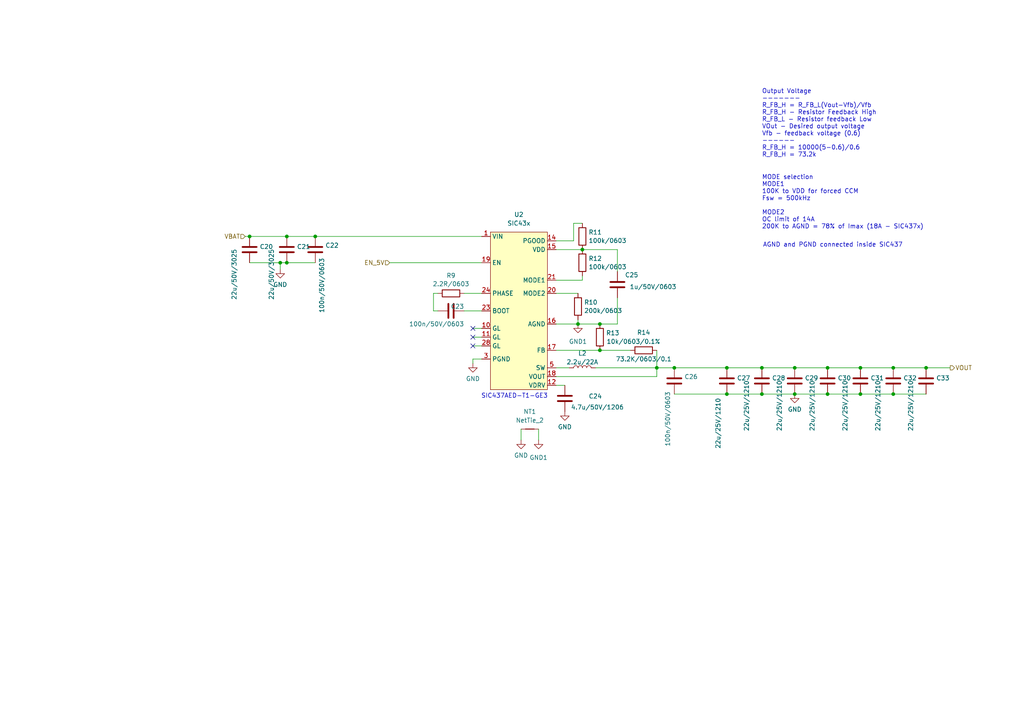
<source format=kicad_sch>
(kicad_sch (version 20250114) (generator "eeschema") (generator_version "9.0")
  (paper "A4")
  (title_block (title "Diptek Power Board V2") (date "2025-08-26") (rev "2"))
  (lib_symbols
    (symbol "Device:C" (pin_numbers (hide yes)) (pin_names (offset 0.254))
      (property "Reference" "C" (at 0.635 2.54 0))
      (property "Value" "C" (at 0.635 -2.54 0))
      (symbol "C_0_1"
        (polyline (pts (xy -2.032 0.762) (xy 2.032 0.762)) (stroke (width 0.508)))
        (polyline (pts (xy -2.032 -0.762) (xy 2.032 -0.762)) (stroke (width 0.508)))
      )
      (symbol "C_1_1"
        (pin passive line (at 0 3.81 270) (length 2.794) (name "~") (number "1"))
        (pin passive line (at 0 -3.81 90) (length 2.794) (name "~") (number "2"))
      )
    )
    (symbol "Device:L" (pin_numbers (hide yes)) (pin_names (offset 1.016) (hide yes))
      (property "Reference" "L" (at -1.27 0 90))
      (property "Value" "L" (at 1.905 0 90))
      (symbol "L_0_1"
        (arc (start 0 2.54) (mid 0.6323 1.905) (end 0 1.27))
        (arc (start 0 1.27) (mid 0.6323 0.635) (end 0 0))
        (arc (start 0 0) (mid 0.6323 -0.635) (end 0 -1.27))
        (arc (start 0 -1.27) (mid 0.6323 -1.905) (end 0 -2.54))
      )
      (symbol "L_1_1"
        (pin passive line (at 0 3.81 270) (length 1.27) (name "1") (number "1"))
        (pin passive line (at 0 -3.81 90) (length 1.27) (name "2") (number "2"))
      )
    )
    (symbol "Device:NetTie_2" (pin_numbers (hide yes)) (pin_names (offset 0) (hide yes)) (in_bom no)
      (property "Reference" "NT" (at 0 1.27 0))
      (property "Value" "NetTie_2" (at 0 -1.27 0))
      (symbol "NetTie_2_0_1"
        (polyline (pts (xy -1.27 0) (xy 1.27 0)) (stroke (width 0.254)))
      )
      (symbol "NetTie_2_1_1"
        (pin passive line (at -2.54 0 0) (length 2.54) (name "1") (number "1"))
        (pin passive line (at 2.54 0 180) (length 2.54) (name "2") (number "2"))
      )
    )
    (symbol "Device:R" (pin_numbers (hide yes)) (pin_names (offset 0))
      (property "Reference" "R" (at 2.032 0 90))
      (property "Value" "R" (at 0 0 90))
      (symbol "R_0_1"
        (rectangle (start -1.016 -2.54) (end 1.016 2.54) (stroke (width 0.254)))
      )
      (symbol "R_1_1"
        (pin passive line (at 0 3.81 270) (length 1.27) (name "~") (number "1"))
        (pin passive line (at 0 -3.81 90) (length 1.27) (name "~") (number "2"))
      )
    )
    (symbol "RM_Converter_DCDC:SIC43x"
      (property "Reference" "U5" (at -0.635 21.59 0))
      (property "Value" "SIC43x" (at -0.635 19.05 0))
      (symbol "SIC43x_0_1"
        (rectangle (start -8.89 16.51) (end 7.62 -29.21) (fill (type background)))
      )
      (symbol "SIC43x_1_1"
        (pin input line (at -11.43 15.24 0) (length 2.54) (name "VIN") (number "1"))
        (pin passive line (at -11.43 15.24 0) (length 2.54) (hide yes) (name "VIN") (number "2"))
        (pin passive line (at -11.43 15.24 0) (length 2.54) (hide yes) (name "VIN") (number "22"))
        (pin passive line (at -11.43 15.24 0) (length 2.54) (hide yes) (name "VIN") (number "26"))
        (pin input line (at -11.43 7.62 0) (length 2.54) (name "EN") (number "19"))
        (pin input line (at -11.43 -1.27 0) (length 2.54) (name "PHASE") (number "24"))
        (pin input line (at -11.43 -6.35 0) (length 2.54) (name "BOOT") (number "23"))
        (pin passive line (at -11.43 -11.43 0) (length 2.54) (name "GL") (number "10"))
        (pin passive line (at -11.43 -13.97 0) (length 2.54) (name "GL") (number "11"))
        (pin passive line (at -11.43 -16.51 0) (length 2.54) (name "GL") (number "28"))
        (pin passive line (at -11.43 -20.32 0) (length 2.54) (hide yes) (name "PGND") (number "13"))
        (pin passive line (at -11.43 -20.32 0) (length 2.54) (hide yes) (name "PGND") (number "27"))
        (pin input line (at -11.43 -20.32 0) (length 2.54) (name "PGND") (number "3"))
        (pin passive line (at -11.43 -20.32 0) (length 2.54) (hide yes) (name "PGND") (number "4"))
        (pin open_collector line (at 10.16 13.97 180) (length 2.54) (name "PGOOD") (number "14"))
        (pin power_out line (at 10.16 11.43 180) (length 2.54) (name "VDD") (number "15"))
        (pin input line (at 10.16 2.54 180) (length 2.54) (name "MODE1") (number "21"))
        (pin input line (at 10.16 -1.27 180) (length 2.54) (name "MODE2") (number "20"))
        (pin input line (at 10.16 -10.16 180) (length 2.54) (name "AGND") (number "16"))
        (pin passive line (at 10.16 -10.16 180) (length 2.54) (hide yes) (name "AGND") (number "25"))
        (pin input line (at 10.16 -17.78 180) (length 2.54) (name "FB") (number "17"))
        (pin power_out line (at 10.16 -22.86 180) (length 2.54) (name "SW") (number "5"))
        (pin power_out line (at 10.16 -22.86 180) (length 2.54) (hide yes) (name "SW") (number "6"))
        (pin power_out line (at 10.16 -22.86 180) (length 2.54) (hide yes) (name "SW") (number "7"))
        (pin power_out line (at 10.16 -22.86 180) (length 2.54) (hide yes) (name "SW") (number "8"))
        (pin power_out line (at 10.16 -22.86 180) (length 2.54) (hide yes) (name "SW") (number "9"))
        (pin power_out line (at 10.16 -25.4 180) (length 2.54) (name "VOUT") (number "18"))
        (pin input line (at 10.16 -27.94 180) (length 2.54) (name "VDRV") (number "12"))
      )
    )
    (symbol "power:GND" (power) (pin_names (offset 0))
      (property "Value" "GND" (at 0 -3.81 0))
      (symbol "GND_0_1"
        (polyline (pts (xy 0 0) (xy 0 -1.27) (xy 1.27 -1.27) (xy 0 -2.54) (xy -1.27 -1.27) (xy 0 -1.27)))
      )
      (symbol "GND_1_1"
        (pin power_in line (at 0 0 270) (length 0) (hide yes) (name "GND") (number "1"))
      )
    )
    (symbol "power:GND1" (power) (pin_names (offset 0))
      (property "Value" "GND1" (at 0 -3.81 0))
      (symbol "GND1_0_1"
        (polyline (pts (xy 0 0) (xy 0 -1.27) (xy 1.27 -1.27) (xy 0 -2.54) (xy -1.27 -1.27) (xy 0 -1.27)))
      )
      (symbol "GND1_1_1"
        (pin power_in line (at 0 0 270) (length 0) (hide yes) (name "GND1") (number "1"))
      )
    )
  )
  (text "Output Voltage\n-------\nR_FB_H = R_FB_L(Vout-Vfb)/Vfb\nR_FB_H - Resistor Feedback High\nR_FB_L - Resistor feedback Low\nVOut - Desired output voltage\nVfb - feedback voltage (0.6)\n------\nR_FB_H = 10000(5-0.6)/0.6\nR_FB_H = 73.2k\n" (at 220.98 45.72 0) (effects (font (size 1.27 1.27)) (justify left bottom)))
  (text "AGND and PGND connected inside SIC437" (at 241.554 71.12 0) (effects (font (size 1.27 1.27))))
  (text "SIC437AED-T1-GE3" (at 149.225 114.935 0) (effects (font (size 1.27 1.27))))
  (text "MODE selection\nMODE1\n100K to VDD for forced CCM\nFsw = 500kHz\n\nMODE2\nOC limit of 14A\n200K to AGND = 78% of Imax (18A - SIC437x)" (at 220.98 58.674 0) (effects (font (size 1.27 1.27)) (justify left)))
  (junction (at 220.98 114.3))
  (junction (at 91.44 68.58))
  (junction (at 259.08 114.3))
  (junction (at 230.505 106.68))
  (junction (at 173.99 101.6))
  (junction (at 230.505 114.3))
  (junction (at 168.91 72.39))
  (junction (at 81.28 76.2))
  (junction (at 249.555 114.3))
  (junction (at 167.64 93.98))
  (junction (at 240.03 106.68))
  (junction (at 173.99 93.98))
  (junction (at 83.185 76.2))
  (junction (at 72.39 68.58))
  (junction (at 210.82 106.68))
  (junction (at 240.03 114.3))
  (junction (at 83.185 68.58))
  (junction (at 220.98 106.68))
  (junction (at 210.82 114.3))
  (junction (at 195.58 106.68))
  (junction (at 268.605 106.68))
  (junction (at 249.555 106.68))
  (junction (at 259.08 106.68))
  (junction (at 190.5 106.68))
  (no_connect (at 137.16 95.25))
  (no_connect (at 137.16 100.33))
  (no_connect (at 137.16 97.79))
  (wire (pts (xy 173.99 93.98) (xy 179.07 93.98)))
  (wire (pts (xy 137.16 105.41) (xy 137.16 104.14)))
  (wire (pts (xy 230.505 106.68) (xy 240.03 106.68)))
  (wire (pts (xy 139.7 95.25) (xy 137.16 95.25)))
  (wire (pts (xy 249.555 114.3) (xy 259.08 114.3)))
  (wire (pts (xy 161.29 101.6) (xy 173.99 101.6)))
  (wire (pts (xy 81.28 76.2) (xy 83.185 76.2)))
  (wire (pts (xy 71.12 68.58) (xy 72.39 68.58)))
  (wire (pts (xy 195.58 114.3) (xy 210.82 114.3)))
  (wire (pts (xy 259.08 106.68) (xy 268.605 106.68)))
  (wire (pts (xy 259.08 114.3) (xy 268.605 114.3)))
  (wire (pts (xy 113.03 76.2) (xy 139.7 76.2)))
  (wire (pts (xy 167.64 92.71) (xy 167.64 93.98)))
  (wire (pts (xy 161.29 85.09) (xy 167.64 85.09)))
  (wire (pts (xy 161.29 72.39) (xy 168.91 72.39)))
  (wire (pts (xy 161.29 93.98) (xy 167.64 93.98)))
  (wire (pts (xy 190.5 106.68) (xy 195.58 106.68)))
  (wire (pts (xy 190.5 109.22) (xy 190.5 106.68)))
  (wire (pts (xy 179.07 72.39) (xy 168.91 72.39)))
  (wire (pts (xy 268.605 106.68) (xy 275.59 106.68)))
  (wire (pts (xy 166.37 64.77) (xy 168.91 64.77)))
  (wire (pts (xy 81.28 76.2) (xy 81.28 78.105)))
  (wire (pts (xy 161.29 69.85) (xy 166.37 69.85)))
  (wire (pts (xy 125.73 90.17) (xy 127 90.17)))
  (wire (pts (xy 83.185 76.2) (xy 91.44 76.2)))
  (wire (pts (xy 240.03 106.68) (xy 249.555 106.68)))
  (wire (pts (xy 137.16 97.79) (xy 139.7 97.79)))
  (wire (pts (xy 195.58 106.68) (xy 210.82 106.68)))
  (wire (pts (xy 161.29 81.28) (xy 168.91 81.28)))
  (wire (pts (xy 210.82 114.3) (xy 220.98 114.3)))
  (wire (pts (xy 72.39 76.2) (xy 81.28 76.2)))
  (wire (pts (xy 161.29 106.68) (xy 165.1 106.68)))
  (wire (pts (xy 220.98 106.68) (xy 230.505 106.68)))
  (wire (pts (xy 179.07 93.98) (xy 179.07 86.36)))
  (wire (pts (xy 156.21 127.635) (xy 156.21 124.46)))
  (wire (pts (xy 161.29 109.22) (xy 190.5 109.22)))
  (wire (pts (xy 240.03 114.3) (xy 249.555 114.3)))
  (wire (pts (xy 249.555 106.68) (xy 259.08 106.68)))
  (wire (pts (xy 161.29 111.76) (xy 163.83 111.76)))
  (wire (pts (xy 172.72 106.68) (xy 190.5 106.68)))
  (wire (pts (xy 91.44 68.58) (xy 139.7 68.58)))
  (wire (pts (xy 173.99 101.6) (xy 182.88 101.6)))
  (wire (pts (xy 127 85.09) (xy 125.73 85.09)))
  (wire (pts (xy 125.73 85.09) (xy 125.73 90.17)))
  (wire (pts (xy 137.16 100.33) (xy 139.7 100.33)))
  (wire (pts (xy 230.505 114.3) (xy 240.03 114.3)))
  (wire (pts (xy 72.39 68.58) (xy 83.185 68.58)))
  (wire (pts (xy 83.185 68.58) (xy 91.44 68.58)))
  (wire (pts (xy 167.64 93.98) (xy 173.99 93.98)))
  (wire (pts (xy 166.37 69.85) (xy 166.37 64.77)))
  (wire (pts (xy 168.91 81.28) (xy 168.91 80.01)))
  (wire (pts (xy 210.82 106.68) (xy 220.98 106.68)))
  (wire (pts (xy 179.07 78.74) (xy 179.07 72.39)))
  (wire (pts (xy 220.98 114.3) (xy 230.505 114.3)))
  (wire (pts (xy 151.13 124.46) (xy 151.13 127.635)))
  (wire (pts (xy 134.62 90.17) (xy 139.7 90.17)))
  (wire (pts (xy 190.5 106.68) (xy 190.5 101.6)))
  (wire (pts (xy 134.62 85.09) (xy 139.7 85.09)))
  (wire (pts (xy 137.16 104.14) (xy 139.7 104.14)))
  (hierarchical_label "EN_5V" (shape input) (at 113.03 76.2 180))
  (hierarchical_label "VBAT" (shape input) (at 71.12 68.58 180))
  (hierarchical_label "VOUT" (shape output) (at 275.59 106.68 0))
  (symbol (lib_id "power:GND") (at 163.83 119.38 0) (unit 1)
    (property "Reference" "#PWR021" (effects (hide yes)))
    (property "Value" "GND" (at 163.83 123.8234 0))
  )
  (symbol (lib_id "power:GND") (at 230.505 114.3 0) (unit 1)
    (property "Reference" "#PWR016" (effects (hide yes)))
    (property "Value" "GND" (at 230.505 118.7434 0))
  )
  (symbol (lib_id "Device:C") (at 210.82 110.49 0) (unit 1)
    (property "Reference" "C27" (at 213.741 109.6553 0) (effects (justify left)))
    (property "Value" "22u/25V/1210" (at 208.28 130.175 90) (effects (justify left)))
    (property "Footprint" "Capacitor_SMD:C_1210_3225Metric" (effects (hide yes)))
    (property "Description" "Unpolarized capacitor" (effects (hide yes)))
    (property "Digikey" "1276-3047-1-ND" (effects (hide yes)))
    (property "Coefficient" "X79" (effects (hide yes)))
    (property "Tolerance" "20" (effects (hide yes)))
    (property "Voltage" "50" (effects (hide yes)))
    (property "Manufacturer" "United Chemi-Con" (effects (hide yes)))
    (property "Part" "KTS500B226M76N0T00" (effects (hide yes)))
  )
  (symbol (lib_id "Device:C") (at 163.83 115.57 0) (mirror y) (unit 1)
    (property "Reference" "C24" (at 174.625 114.935 0) (effects (justify left)))
    (property "Value" "4.7u/50V/1206" (at 180.975 118.11 0) (effects (justify left)))
    (property "Footprint" "Library:C_1206_3216Metric" (effects (hide yes)))
    (property "Description" "Unpolarized capacitor" (effects (hide yes)))
    (property "Digikey" "490-14384-1-ND" (effects (hide yes)))
    (property "Coefficient" "X8L" (effects (hide yes)))
    (property "Tolerance" "10" (effects (hide yes)))
    (property "Voltage" "16" (effects (hide yes)))
    (property "Manufacturer" "Murata" (effects (hide yes)))
    (property "JLCPCB Part #" "C51205" (effects (hide yes)))
  )
  (symbol (lib_id "RM_Converter_DCDC:SIC43x") (at 151.13 83.82 0) (unit 1)
    (property "Reference" "U2" (at 150.495 62.23 0))
    (property "Value" "SIC43x" (at 150.495 64.77 0))
    (property "Footprint" "Library:VREG_SIC437AED-T1-GE3" (effects (hide yes)))
    (property "Manufacturer" "Vishay Siliconix" (effects (hide yes)))
    (property "Part" "SIC437AED-T1-GE3" (effects (hide yes)))
    (property "Digikey" "SIC437AED-T1-GE3CT-ND" (effects (hide yes)))
  )
  (symbol (lib_id "Device:R") (at 168.91 76.2 0) (unit 1)
    (property "Reference" "R12" (at 170.688 74.9878 0) (effects (justify left)))
    (property "Value" "100k/0603" (at 170.688 77.4121 0) (effects (justify left)))
    (property "Footprint" "Resistor_SMD:R_0603_1608Metric" (effects (hide yes)))
    (property "Description" "Resistor" (effects (hide yes)))
    (property "Digikey" "311-100KHRCT-ND" (effects (hide yes)))
    (property "Power" "1/16" (effects (hide yes)))
    (property "Tolerance" "1%" (effects (hide yes)))
    (property "Manufacturer" "YAGEO" (effects (hide yes)))
    (property "Part" "RC0603FR-07100KL" (effects (hide yes)))
  )
  (symbol (lib_id "Device:C") (at 83.185 72.39 0) (unit 1)
    (property "Reference" "C21" (at 86.106 71.5553 0) (effects (justify left)))
    (property "Value" "22u/50V/3025" (at 78.74 86.995 90) (effects (justify left)))
    (property "Footprint" "Library:C_CER_7.5x6.3" (effects (hide yes)))
    (property "Description" "Unpolarized capacitor" (effects (hide yes)))
    (property "Digikey" "445-174338-1-ND" (effects (hide yes)))
    (property "Coefficient" "X79" (effects (hide yes)))
    (property "Tolerance" "20" (effects (hide yes)))
    (property "Voltage" "50" (effects (hide yes)))
    (property "Manufacturer" "United Chemi-Con" (effects (hide yes)))
    (property "Part" "KTS500B226M76N0T00" (effects (hide yes)))
    (property "JLCPCB Part #" "C508864" (effects (hide yes)))
  )
  (symbol (lib_id "Device:C") (at 179.07 82.55 0) (mirror y) (unit 1)
    (property "Reference" "C25" (at 185.166 79.756 0) (effects (justify left)))
    (property "Value" "1u/50V/0603" (at 196.215 83.185 0) (effects (justify left)))
    (property "Footprint" "Capacitor_SMD:C_0603_1608Metric" (effects (hide yes)))
    (property "Description" "Unpolarized capacitor" (effects (hide yes)))
    (property "Digikey" "1276-1068-1-ND" (effects (hide yes)))
    (property "Coefficient" "X8L" (effects (hide yes)))
    (property "Tolerance" "10%" (effects (hide yes)))
    (property "Voltage" "16" (effects (hide yes)))
    (property "Manufacturer" "Murata Electronics" (effects (hide yes)))
    (property "JLCPCB Part #" "C15849" (effects (hide yes)))
  )
  (symbol (lib_id "power:GND") (at 151.13 127.635 0) (unit 1)
    (property "Reference" "#PWR022" (effects (hide yes)))
    (property "Value" "GND" (at 151.13 132.0784 0))
  )
  (symbol (lib_id "Device:C") (at 91.44 72.39 180) (unit 1)
    (property "Reference" "C22" (at 94.361 71.1778 0) (effects (justify right)))
    (property "Value" "100n/50V/0603" (at 93.345 90.805 90) (effects (justify right)))
    (property "Footprint" "Capacitor_SMD:C_0603_1608Metric" (effects (hide yes)))
    (property "Description" "Unpolarized capacitor" (effects (hide yes)))
    (property "Digikey" "587-1243-1-ND" (effects (hide yes)))
    (property "Tolerance" "10%" (effects (hide yes)))
    (property "Coefficient" "X7R" (effects (hide yes)))
    (property "Voltage" "50" (effects (hide yes)))
    (property "Manufacturer" "Taiyo Yuden" (effects (hide yes)))
    (property "Part" "UMK107B7104KA-T" (effects (hide yes)))
    (property "JLCPCB Part #" "C1591" (effects (hide yes)))
  )
  (symbol (lib_id "Device:R") (at 173.99 97.79 0) (unit 1)
    (property "Reference" "R13" (at 175.768 96.5778 0) (effects (justify left)))
    (property "Value" "10k/0603/0.1%" (at 175.895 99.06 0) (effects (justify left)))
    (property "Footprint" "Resistor_SMD:R_0603_1608Metric" (effects (hide yes)))
    (property "Description" "Resistor" (effects (hide yes)))
    (property "Digikey" "P20086CT-ND" (effects (hide yes)))
    (property "Power" "1/16" (effects (hide yes)))
    (property "Tolerance" "0.1%" (effects (hide yes)))
    (property "Manufacturer" "Panasonic Electronic Components" (effects (hide yes)))
    (property "Part" "ERJ-PB3B1002V" (effects (hide yes)))
  )
  (symbol (lib_id "Device:R") (at 186.69 101.6 90) (unit 1)
    (property "Reference" "R14" (at 186.69 96.4395 90))
    (property "Value" "73.2K/0603/0.1" (at 186.69 104.14 90))
    (property "Footprint" "Resistor_SMD:R_0603_1608Metric" (effects (hide yes)))
    (property "Digikey" "P73.2KDBCT-ND" (effects (hide yes)))
  )
  (symbol (lib_id "Device:C") (at 249.555 110.49 0) (unit 1)
    (property "Reference" "C31" (at 252.476 109.6553 0) (effects (justify left)))
    (property "Value" "22u/25V/1210" (at 245.11 125.095 90) (effects (justify left)))
    (property "Footprint" "Capacitor_SMD:C_1210_3225Metric" (effects (hide yes)))
    (property "Description" "Unpolarized capacitor" (effects (hide yes)))
    (property "Digikey" "1276-3047-1-ND" (effects (hide yes)))
    (property "Coefficient" "X79" (effects (hide yes)))
    (property "Tolerance" "20" (effects (hide yes)))
    (property "Voltage" "50" (effects (hide yes)))
    (property "Manufacturer" "United Chemi-Con" (effects (hide yes)))
    (property "Part" "KTS500B226M76N0T00" (effects (hide yes)))
  )
  (symbol (lib_id "Device:C") (at 220.98 110.49 0) (unit 1)
    (property "Reference" "C28" (at 223.901 109.6553 0) (effects (justify left)))
    (property "Value" "22u/25V/1210" (at 216.535 125.095 90) (effects (justify left)))
    (property "Footprint" "Capacitor_SMD:C_1210_3225Metric" (effects (hide yes)))
    (property "Description" "Unpolarized capacitor" (effects (hide yes)))
    (property "Digikey" "1276-3047-1-ND" (effects (hide yes)))
    (property "Coefficient" "X79" (effects (hide yes)))
    (property "Tolerance" "20" (effects (hide yes)))
    (property "Voltage" "50" (effects (hide yes)))
    (property "Manufacturer" "United Chemi-Con" (effects (hide yes)))
    (property "Part" "KTS500B226M76N0T00" (effects (hide yes)))
  )
  (symbol (lib_id "power:GND") (at 81.28 78.105 0) (unit 1)
    (property "Reference" "#PWR012" (effects (hide yes)))
    (property "Value" "GND" (at 81.28 82.5484 0))
  )
  (symbol (lib_id "Device:NetTie_2") (at 153.67 124.46 180) (unit 1) (in_bom no)
    (property "Reference" "NT1" (at 153.67 119.38 0))
    (property "Value" "NetTie_2" (at 153.67 121.92 0))
    (property "Footprint" "Library:NetTie-2_SMD_Pad1.56mm" (effects (hide yes)))
    (property "Description" "Net tie, 2 pins" (effects (hide yes)))
    (property "Digikey" "NC" (effects (hide yes)))
  )
  (symbol (lib_id "Device:C") (at 72.39 72.39 0) (unit 1)
    (property "Reference" "C20" (at 75.311 71.5553 0) (effects (justify left)))
    (property "Value" "22u/50V/3025" (at 67.945 86.995 90) (effects (justify left)))
    (property "Footprint" "Library:C_CER_7.5x6.3" (effects (hide yes)))
    (property "Description" "Unpolarized capacitor" (effects (hide yes)))
    (property "Digikey" "445-174338-1-ND" (effects (hide yes)))
    (property "Coefficient" "X79" (effects (hide yes)))
    (property "Tolerance" "20" (effects (hide yes)))
    (property "Voltage" "50" (effects (hide yes)))
    (property "Manufacturer" "United Chemi-Con" (effects (hide yes)))
    (property "Part" "KTS500B226M76N0T00" (effects (hide yes)))
    (property "JLCPCB Part #" "C508864" (effects (hide yes)))
  )
  (symbol (lib_id "Device:R") (at 130.81 85.09 270) (unit 1)
    (property "Reference" "R9" (at 130.81 79.9295 90))
    (property "Value" "2.2R/0603" (at 130.81 82.3538 90))
    (property "Footprint" "Resistor_SMD:R_0603_1608Metric" (effects (hide yes)))
    (property "Description" "Resistor" (effects (hide yes)))
    (property "Digikey" "311-2.2HRCT-ND" (effects (hide yes)))
    (property "Power" "1/16" (effects (hide yes)))
    (property "Tolerance" "1%" (effects (hide yes)))
    (property "Manufacturer" "YAGEO" (effects (hide yes)))
    (property "Part" "RC0603FR-072R2L" (effects (hide yes)))
  )
  (symbol (lib_id "Device:C") (at 195.58 110.49 180) (unit 1)
    (property "Reference" "C26" (at 198.501 109.2778 0) (effects (justify right)))
    (property "Value" "100n/50V/0603" (at 193.675 129.54 90) (effects (justify right)))
    (property "Footprint" "Capacitor_SMD:C_0603_1608Metric" (effects (hide yes)))
    (property "Description" "Unpolarized capacitor" (effects (hide yes)))
    (property "Digikey" "587-1243-1-ND" (effects (hide yes)))
    (property "Tolerance" "10%" (effects (hide yes)))
    (property "Coefficient" "X7R" (effects (hide yes)))
    (property "Voltage" "50" (effects (hide yes)))
    (property "Manufacturer" "Taiyo Yuden" (effects (hide yes)))
    (property "Part" "UMK107B7104KA-T" (effects (hide yes)))
    (property "JLCPCB Part #" "C1591" (effects (hide yes)))
  )
  (symbol (lib_id "power:GND") (at 137.16 105.41 0) (unit 1)
    (property "Reference" "#PWR013" (effects (hide yes)))
    (property "Value" "GND" (at 137.16 109.8534 0))
  )
  (symbol (lib_id "Device:R") (at 168.91 68.58 0) (unit 1)
    (property "Reference" "R11" (at 170.688 67.3678 0) (effects (justify left)))
    (property "Value" "100k/0603" (at 170.688 69.7921 0) (effects (justify left)))
    (property "Footprint" "Resistor_SMD:R_0603_1608Metric" (effects (hide yes)))
    (property "Description" "Resistor" (effects (hide yes)))
    (property "Digikey" "311-100KHRCT-ND" (effects (hide yes)))
    (property "Power" "1/16" (effects (hide yes)))
    (property "Tolerance" "1%" (effects (hide yes)))
    (property "Manufacturer" "YAGEO" (effects (hide yes)))
    (property "Part" "RC0603FR-07100KL" (effects (hide yes)))
  )
  (symbol (lib_id "Device:R") (at 167.64 88.9 0) (unit 1)
    (property "Reference" "R10" (at 169.418 87.6878 0) (effects (justify left)))
    (property "Value" "200k/0603" (at 169.418 90.1121 0) (effects (justify left)))
    (property "Footprint" "Resistor_SMD:R_0603_1608Metric" (effects (hide yes)))
    (property "Description" "Resistor" (effects (hide yes)))
    (property "Digikey" "311-200KHRCT-ND" (effects (hide yes)))
  )
  (symbol (lib_id "Device:C") (at 259.08 110.49 0) (unit 1)
    (property "Reference" "C32" (at 262.001 109.6553 0) (effects (justify left)))
    (property "Value" "22u/25V/1210" (at 254.635 125.095 90) (effects (justify left)))
    (property "Footprint" "Capacitor_SMD:C_1210_3225Metric" (effects (hide yes)))
    (property "Description" "Unpolarized capacitor" (effects (hide yes)))
    (property "Digikey" "1276-3047-1-ND" (effects (hide yes)))
    (property "Coefficient" "X79" (effects (hide yes)))
    (property "Tolerance" "20" (effects (hide yes)))
    (property "Voltage" "50" (effects (hide yes)))
    (property "Manufacturer" "United Chemi-Con" (effects (hide yes)))
    (property "Part" "KTS500B226M76N0T00" (effects (hide yes)))
  )
  (symbol (lib_id "Device:L") (at 168.91 106.68 90) (unit 1)
    (property "Reference" "L2" (at 168.91 102.4722 90))
    (property "Value" "2.2u/22A" (at 168.91 105.0091 90))
    (property "Footprint" "Library:IND_SRP1265A-2R2M" (effects (hide yes)))
    (property "Description" "Inductor" (effects (hide yes)))
    (property "Digikey" "SRP1265A-2R2MCT-ND" (effects (hide yes)))
    (property "Part" "SRP1265A-2R2M" (effects (hide yes)))
  )
  (symbol (lib_id "power:GND1") (at 156.21 127.635 0) (unit 1)
    (property "Reference" "#PWR023" (effects (hide yes)))
    (property "Value" "GND1" (at 156.21 132.715 0))
  )
  (symbol (lib_id "Device:C") (at 240.03 110.49 0) (unit 1)
    (property "Reference" "C30" (at 242.951 109.6553 0) (effects (justify left)))
    (property "Value" "22u/25V/1210" (at 235.585 125.095 90) (effects (justify left)))
    (property "Footprint" "Capacitor_SMD:C_1210_3225Metric" (effects (hide yes)))
    (property "Description" "Unpolarized capacitor" (effects (hide yes)))
    (property "Digikey" "1276-3047-1-ND" (effects (hide yes)))
    (property "Coefficient" "X79" (effects (hide yes)))
    (property "Tolerance" "20" (effects (hide yes)))
    (property "Voltage" "50" (effects (hide yes)))
    (property "Manufacturer" "United Chemi-Con" (effects (hide yes)))
    (property "Part" "KTS500B226M76N0T00" (effects (hide yes)))
  )
  (symbol (lib_id "power:GND1") (at 167.64 93.98 0) (unit 1)
    (property "Reference" "#PWR015" (effects (hide yes)))
    (property "Value" "GND1" (at 167.64 99.06 0))
  )
  (symbol (lib_id "Device:C") (at 268.605 110.49 0) (unit 1)
    (property "Reference" "C33" (at 271.526 109.6553 0) (effects (justify left)))
    (property "Value" "22u/25V/1210" (at 264.16 125.095 90) (effects (justify left)))
    (property "Footprint" "Capacitor_SMD:C_1210_3225Metric" (effects (hide yes)))
    (property "Description" "Unpolarized capacitor" (effects (hide yes)))
    (property "Digikey" "1276-3047-1-ND" (effects (hide yes)))
    (property "Coefficient" "X79" (effects (hide yes)))
    (property "Tolerance" "20" (effects (hide yes)))
    (property "Voltage" "50" (effects (hide yes)))
    (property "Manufacturer" "United Chemi-Con" (effects (hide yes)))
    (property "Part" "KTS500B226M76N0T00" (effects (hide yes)))
  )
  (symbol (lib_id "Device:C") (at 130.81 90.17 270) (unit 1)
    (property "Reference" "C23" (at 134.62 88.9 90) (effects (justify right)))
    (property "Value" "100n/50V/0603" (at 134.62 93.98 90) (effects (justify right)))
    (property "Footprint" "Capacitor_SMD:C_0603_1608Metric" (effects (hide yes)))
    (property "Description" "Unpolarized capacitor" (effects (hide yes)))
    (property "Digikey" "587-1243-1-ND" (effects (hide yes)))
    (property "Tolerance" "10%" (effects (hide yes)))
    (property "Coefficient" "X7R" (effects (hide yes)))
    (property "Voltage" "50" (effects (hide yes)))
    (property "Manufacturer" "Taiyo Yuden" (effects (hide yes)))
    (property "Part" "UMK107B7104KA-T" (effects (hide yes)))
    (property "JLCPCB Part #" "C1591" (effects (hide yes)))
  )
  (symbol (lib_id "Device:C") (at 230.505 110.49 0) (unit 1)
    (property "Reference" "C29" (at 233.426 109.6553 0) (effects (justify left)))
    (property "Value" "22u/25V/1210" (at 226.06 125.095 90) (effects (justify left)))
    (property "Footprint" "Capacitor_SMD:C_1210_3225Metric" (effects (hide yes)))
    (property "Description" "Unpolarized capacitor" (effects (hide yes)))
    (property "Digikey" "1276-3047-1-ND" (effects (hide yes)))
    (property "Coefficient" "X79" (effects (hide yes)))
    (property "Tolerance" "20" (effects (hide yes)))
    (property "Voltage" "50" (effects (hide yes)))
    (property "Manufacturer" "United Chemi-Con" (effects (hide yes)))
    (property "Part" "KTS500B226M76N0T00" (effects (hide yes)))
  )
)
</source>
